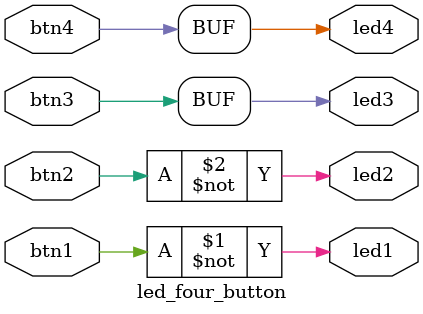
<source format=v>
module led_four_button
		(
			input btn1, btn2, btn3, btn4,
			output led1, led2, led3, led4
		);
	assign led1 = ~btn1;
	assign led2 = ~btn2;
	assign led3 = btn3;
	assign led4 = btn4;
	
endmodule
</source>
